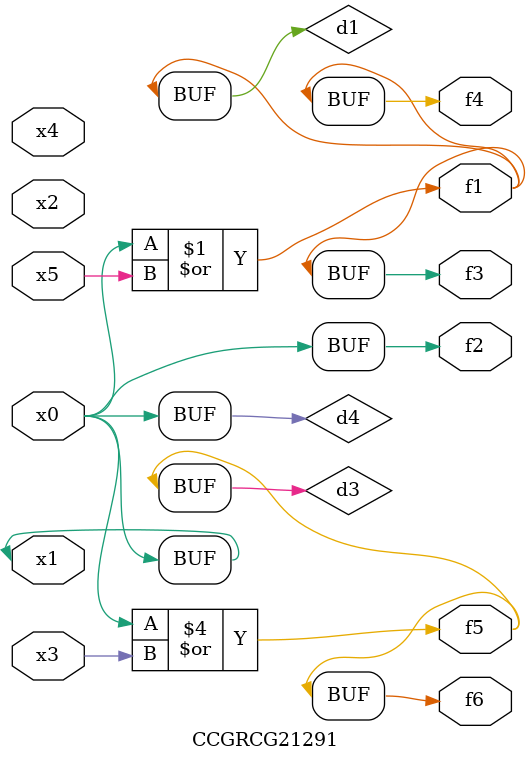
<source format=v>
module CCGRCG21291(
	input x0, x1, x2, x3, x4, x5,
	output f1, f2, f3, f4, f5, f6
);

	wire d1, d2, d3, d4;

	or (d1, x0, x5);
	xnor (d2, x1, x4);
	or (d3, x0, x3);
	buf (d4, x0, x1);
	assign f1 = d1;
	assign f2 = d4;
	assign f3 = d1;
	assign f4 = d1;
	assign f5 = d3;
	assign f6 = d3;
endmodule

</source>
